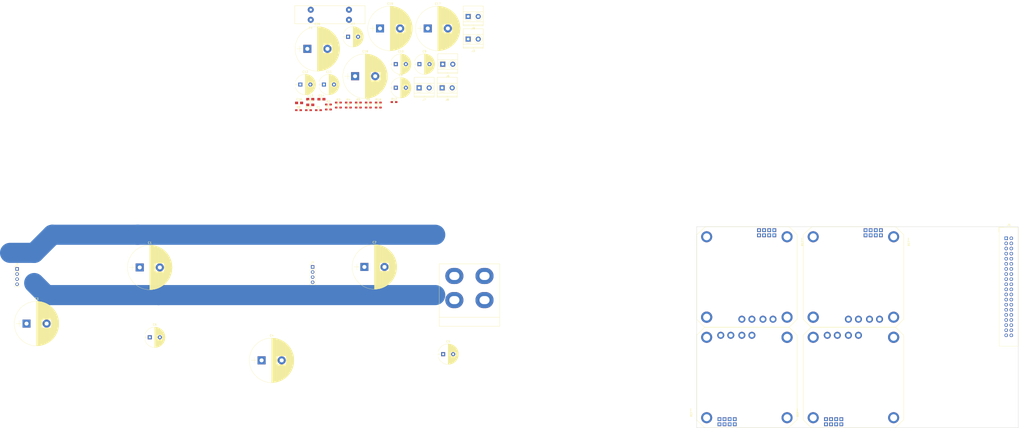
<source format=kicad_pcb>
(kicad_pcb (version 20171130) (host pcbnew 5.1.0)
  (layers (0 F.Cu signal) (31 B.Cu signal) (34 B.Paste user) (35 F.Paste user) (36 B.SilkS user) (37 F.SilkS user) (38 B.Mask user) (39 F.Mask user) (44 Edge.Cuts user))
  (net 0 "")
  (net 1 GND)
  (net 2 +5V)
  (net 3 /BAT_+)
  (net 4 /BAT_-)
  (net 5 /motor1+)
  (net 6 /motor1-)
  (net 7 /motor2-)
  (net 8 /motor2+)
  (net 9 /motor3+)
  (net 10 /motor3-)
  (net 11 /motor4-)
  (net 12 /motor4+)
  (net 13 /R_IS_1)
  (net 14 /L_IS_1)
  (net 15 /R_IS_2)
  (net 16 /L_IS_2)
  (net 17 /R_IS_3)
  (net 18 /L_IS_3)
  (net 19 /R_IS_4)
  (net 20 /L_IS_4)
  (net 21 "Net-(F1-Pad1)")
  (net 22 /B_MCU)
  (net 23 "Net-(R9-Pad1)")
  (net 24 "Net-(R10-Pad1)")
  (net 25 "Net-(R11-Pad1)")
  (net 26 "Net-(R12-Pad1)")
  (net 27 "Net-(R13-Pad1)")
  (net 28 "Net-(R14-Pad1)")
  (net 29 "Net-(R15-Pad1)")
  (net 30 "Net-(R16-Pad1)")
  (net 31 /RPWM_2)
  (net 32 /LPWM_2)
  (net 33 /R_EN_2)
  (net 34 /L_EN_2)
  (net 35 /L_EN_3)
  (net 36 /R_EN_3)
  (net 37 /LPWM_3)
  (net 38 /RPWM_3)
  (net 39 /RPWM_4)
  (net 40 /LPWM_4)
  (net 41 /R_EN_4)
  (net 42 /L_EN_4)
  (net 43 /L_EN_1)
  (net 44 /R_EN_1)
  (net 45 /LPWM_1)
  (net 46 /RPWM_1)
  (module styrenhet-footprints:IDC-Header_2x20_Pitch2.54mm_Straight (layer F.Cu) (at 204 55.76)
    (fp_text reference J5 (at 1.27 -6.604) (layer F.SilkS))
    (fp_text value "IDE PATA Connector")
    (pad 40 thru_hole oval (at 2.54 48.26) (size 1.7272 1.7272) (drill 1.016) (layers *.Cu *.Mask) (net 1 GND))
    (pad 39 thru_hole oval (at 0 48.26) (size 1.7272 1.7272) (drill 1.016) (layers *.Cu *.Mask) (net 1 GND))
    (pad 38 thru_hole oval (at 2.54 45.72) (size 1.7272 1.7272) (drill 1.016) (layers *.Cu *.Mask) (net 1 GND))
    (pad 37 thru_hole oval (at 0 45.72) (size 1.7272 1.7272) (drill 1.016) (layers *.Cu *.Mask) (net 1 GND))
    (pad 36 thru_hole oval (at 2.54 43.18) (size 1.7272 1.7272) (drill 1.016) (layers *.Cu *.Mask) (net 1 GND))
    (pad 35 thru_hole oval (at 0 43.18) (size 1.7272 1.7272) (drill 1.016) (layers *.Cu *.Mask) (net 1 GND))
    (pad 34 thru_hole oval (at 2.54 40.64) (size 1.7272 1.7272) (drill 1.016) (layers *.Cu *.Mask) (net 1 GND))
    (pad 33 thru_hole oval (at 0 40.64) (size 1.7272 1.7272) (drill 1.016) (layers *.Cu *.Mask) (net 1 GND))
    (pad 32 thru_hole oval (at 2.54 38.1) (size 1.7272 1.7272) (drill 1.016) (layers *.Cu *.Mask) (net 39 /RPWM_4))
    (pad 31 thru_hole oval (at 0 38.1) (size 1.7272 1.7272) (drill 1.016) (layers *.Cu *.Mask) (net 16 /L_IS_2))
    (pad 30 thru_hole oval (at 2.54 35.56) (size 1.7272 1.7272) (drill 1.016) (layers *.Cu *.Mask) (net 40 /LPWM_4))
    (pad 29 thru_hole oval (at 0 35.56) (size 1.7272 1.7272) (drill 1.016) (layers *.Cu *.Mask) (net 15 /R_IS_2))
    (pad 28 thru_hole oval (at 2.54 33.02) (size 1.7272 1.7272) (drill 1.016) (layers *.Cu *.Mask) (net 41 /R_EN_4))
    (pad 27 thru_hole oval (at 0 33.02) (size 1.7272 1.7272) (drill 1.016) (layers *.Cu *.Mask) (net 34 /L_EN_2))
    (pad 26 thru_hole oval (at 2.54 30.48) (size 1.7272 1.7272) (drill 1.016) (layers *.Cu *.Mask) (net 42 /L_EN_4))
    (pad 25 thru_hole oval (at 0 30.48) (size 1.7272 1.7272) (drill 1.016) (layers *.Cu *.Mask) (net 33 /R_EN_2))
    (pad 24 thru_hole oval (at 2.54 27.94) (size 1.7272 1.7272) (drill 1.016) (layers *.Cu *.Mask) (net 19 /R_IS_4))
    (pad 23 thru_hole oval (at 0 27.94) (size 1.7272 1.7272) (drill 1.016) (layers *.Cu *.Mask) (net 32 /LPWM_2))
    (pad 22 thru_hole oval (at 2.54 25.4) (size 1.7272 1.7272) (drill 1.016) (layers *.Cu *.Mask) (net 20 /L_IS_4))
    (pad 21 thru_hole oval (at 0 25.4) (size 1.7272 1.7272) (drill 1.016) (layers *.Cu *.Mask) (net 31 /RPWM_2))
    (pad 20 thru_hole oval (at 2.54 22.86) (size 1.7272 1.7272) (drill 1.016) (layers *.Cu *.Mask) (net 38 /RPWM_3))
    (pad 19 thru_hole oval (at 0 22.86) (size 1.7272 1.7272) (drill 1.016) (layers *.Cu *.Mask) (net 14 /L_IS_1))
    (pad 18 thru_hole oval (at 2.54 20.32) (size 1.7272 1.7272) (drill 1.016) (layers *.Cu *.Mask) (net 37 /LPWM_3))
    (pad 17 thru_hole oval (at 0 20.32) (size 1.7272 1.7272) (drill 1.016) (layers *.Cu *.Mask) (net 13 /R_IS_1))
    (pad 16 thru_hole oval (at 2.54 17.78) (size 1.7272 1.7272) (drill 1.016) (layers *.Cu *.Mask) (net 36 /R_EN_3))
    (pad 15 thru_hole oval (at 0 17.78) (size 1.7272 1.7272) (drill 1.016) (layers *.Cu *.Mask) (net 43 /L_EN_1))
    (pad 14 thru_hole oval (at 2.54 15.24) (size 1.7272 1.7272) (drill 1.016) (layers *.Cu *.Mask) (net 35 /L_EN_3))
    (pad 13 thru_hole oval (at 0 15.24) (size 1.7272 1.7272) (drill 1.016) (layers *.Cu *.Mask) (net 44 /R_EN_1))
    (pad 12 thru_hole oval (at 2.54 12.7) (size 1.7272 1.7272) (drill 1.016) (layers *.Cu *.Mask) (net 17 /R_IS_3))
    (pad 11 thru_hole oval (at 0 12.7) (size 1.7272 1.7272) (drill 1.016) (layers *.Cu *.Mask) (net 45 /LPWM_1))
    (pad 10 thru_hole oval (at 2.54 10.16) (size 1.7272 1.7272) (drill 1.016) (layers *.Cu *.Mask) (net 18 /L_IS_3))
    (pad 9 thru_hole oval (at 0 10.16) (size 1.7272 1.7272) (drill 1.016) (layers *.Cu *.Mask) (net 46 /RPWM_1))
    (pad 8 thru_hole oval (at 2.54 7.62) (size 1.7272 1.7272) (drill 1.016) (layers *.Cu *.Mask) (net 22 /B_MCU))
    (pad 7 thru_hole oval (at 0 7.62) (size 1.7272 1.7272) (drill 1.016) (layers *.Cu *.Mask) (net 22 /B_MCU))
    (pad 6 thru_hole oval (at 2.54 5.08) (size 1.7272 1.7272) (drill 1.016) (layers *.Cu *.Mask) (net 2 +5V))
    (pad 5 thru_hole oval (at 0 5.08) (size 1.7272 1.7272) (drill 1.016) (layers *.Cu *.Mask) (net 2 +5V))
    (pad 4 thru_hole oval (at 2.54 2.54) (size 1.7272 1.7272) (drill 1.016) (layers *.Cu *.Mask) (net 2 +5V))
    (pad 3 thru_hole oval (at 0 2.54) (size 1.7272 1.7272) (drill 1.016) (layers *.Cu *.Mask) (net 2 +5V))
    (pad 2 thru_hole oval (at 2.54 0) (size 1.7272 1.7272) (drill 1.016) (layers *.Cu *.Mask) (net 2 +5V))
    (pad 1 thru_hole rect (at 0 0) (size 1.7272 1.7272) (drill 1.016) (layers *.Cu *.Mask) (net 2 +5V))
  )
  (module styrenhet-footprints:motor-driver (layer F.Cu) (at 55 145 90)
    (fp_text reference U4 (at 0 0.5 90) (layer F.SilkS))
    (fp_text value motor_driver)
    (fp_text user REF** (at 2.54 -7.62 90) (layer F.SilkS))
    (pad 12 thru_hole circle (at 41 7 90) (size 3.5 3.5) (drill 2) (layers *.Cu *.Mask) (net 11 /motor4-))
    (pad 11 thru_hole circle (at 41 12 90) (size 3.5 3.5) (drill 2) (layers *.Cu *.Mask) (net 12 /motor4+))
    (pad 10 thru_hole circle (at 41 17.5 90) (size 3.5 3.5) (drill 2) (layers *.Cu *.Mask) (net 3 /BAT_+))
    (pad 9 thru_hole circle (at 41 22.5 90) (size 3.5 3.5) (drill 2) (layers *.Cu *.Mask) (net 1 GND))
    (pad "" thru_hole circle (at 0 0 90) (size 5.5 5.5) (drill 3.5) (layers *.Cu *.Mask))
    (pad "" thru_hole circle (at 40 0 90) (size 5.5 5.5) (drill 3.5) (layers *.Cu *.Mask))
    (pad "" thru_hole circle (at 40 40 90) (size 5.6 5.6) (drill 3.5) (layers *.Cu *.Mask))
    (pad "" thru_hole circle (at 0 40 90) (size 5.5 5.5) (drill 3.5) (layers *.Cu *.Mask))
    (pad 1 thru_hole rect (at -0.73 6.35 90) (size 1.85 1.85) (drill 1) (layers *.Cu *.Mask))
    (pad 2 thru_hole rect (at -3.27 6.35 90) (size 1.85 1.85) (drill 1) (layers *.Cu *.Mask))
    (pad 3 thru_hole rect (at -0.73 8.89 90) (size 1.85 1.85) (drill 1) (layers *.Cu *.Mask))
    (pad 4 thru_hole rect (at -3.27 8.89 90) (size 1.85 1.85) (drill 1) (layers *.Cu *.Mask))
    (pad 5 thru_hole rect (at -0.73 11.43 90) (size 1.85 1.85) (drill 1) (layers *.Cu *.Mask) (net 29 "Net-(R15-Pad1)"))
    (pad 6 thru_hole rect (at -3.27 11.43 90) (size 1.85 1.85) (drill 1) (layers *.Cu *.Mask) (net 30 "Net-(R16-Pad1)"))
    (pad 7 thru_hole rect (at -0.73 13.97 90) (size 1.85 1.85) (drill 1) (layers *.Cu *.Mask))
    (pad 8 thru_hole rect (at -3.27 13.97 90) (size 1.85 1.85) (drill 1) (layers *.Cu *.Mask) (net 1 GND))
  )
  (module styrenhet-footprints:motor-driver (layer F.Cu) (at 148 55 270)
    (fp_text reference U3 (at 0 0.5 270) (layer F.SilkS))
    (fp_text value motor_driver)
    (fp_text user REF** (at 2.54 -7.62 270) (layer F.SilkS))
    (pad 12 thru_hole circle (at 41 7 270) (size 3.5 3.5) (drill 2) (layers *.Cu *.Mask) (net 10 /motor3-))
    (pad 11 thru_hole circle (at 41 12 270) (size 3.5 3.5) (drill 2) (layers *.Cu *.Mask) (net 9 /motor3+))
    (pad 10 thru_hole circle (at 41 17.5 270) (size 3.5 3.5) (drill 2) (layers *.Cu *.Mask) (net 3 /BAT_+))
    (pad 9 thru_hole circle (at 41 22.5 270) (size 3.5 3.5) (drill 2) (layers *.Cu *.Mask) (net 1 GND))
    (pad "" thru_hole circle (at 0 0 270) (size 5.5 5.5) (drill 3.5) (layers *.Cu *.Mask))
    (pad "" thru_hole circle (at 40 0 270) (size 5.5 5.5) (drill 3.5) (layers *.Cu *.Mask))
    (pad "" thru_hole circle (at 40 40 270) (size 5.6 5.6) (drill 3.5) (layers *.Cu *.Mask))
    (pad "" thru_hole circle (at 0 40 270) (size 5.5 5.5) (drill 3.5) (layers *.Cu *.Mask))
    (pad 1 thru_hole rect (at -0.73 6.35 270) (size 1.85 1.85) (drill 1) (layers *.Cu *.Mask))
    (pad 2 thru_hole rect (at -3.27 6.35 270) (size 1.85 1.85) (drill 1) (layers *.Cu *.Mask))
    (pad 3 thru_hole rect (at -0.73 8.89 270) (size 1.85 1.85) (drill 1) (layers *.Cu *.Mask))
    (pad 4 thru_hole rect (at -3.27 8.89 270) (size 1.85 1.85) (drill 1) (layers *.Cu *.Mask))
    (pad 5 thru_hole rect (at -0.73 11.43 270) (size 1.85 1.85) (drill 1) (layers *.Cu *.Mask) (net 27 "Net-(R13-Pad1)"))
    (pad 6 thru_hole rect (at -3.27 11.43 270) (size 1.85 1.85) (drill 1) (layers *.Cu *.Mask) (net 28 "Net-(R14-Pad1)"))
    (pad 7 thru_hole rect (at -0.73 13.97 270) (size 1.85 1.85) (drill 1) (layers *.Cu *.Mask))
    (pad 8 thru_hole rect (at -3.27 13.97 270) (size 1.85 1.85) (drill 1) (layers *.Cu *.Mask) (net 1 GND))
  )
  (module styrenhet-footprints:motor-driver (layer F.Cu) (at 108 145 90)
    (fp_text reference U2 (at 0 0.5 90) (layer F.SilkS))
    (fp_text value motor_driver)
    (fp_text user REF** (at 2.54 -7.62 90) (layer F.SilkS))
    (pad 12 thru_hole circle (at 41 7 90) (size 3.5 3.5) (drill 2) (layers *.Cu *.Mask) (net 7 /motor2-))
    (pad 11 thru_hole circle (at 41 12 90) (size 3.5 3.5) (drill 2) (layers *.Cu *.Mask) (net 8 /motor2+))
    (pad 10 thru_hole circle (at 41 17.5 90) (size 3.5 3.5) (drill 2) (layers *.Cu *.Mask) (net 3 /BAT_+))
    (pad 9 thru_hole circle (at 41 22.5 90) (size 3.5 3.5) (drill 2) (layers *.Cu *.Mask) (net 1 GND))
    (pad "" thru_hole circle (at 0 0 90) (size 5.5 5.5) (drill 3.5) (layers *.Cu *.Mask))
    (pad "" thru_hole circle (at 40 0 90) (size 5.5 5.5) (drill 3.5) (layers *.Cu *.Mask))
    (pad "" thru_hole circle (at 40 40 90) (size 5.6 5.6) (drill 3.5) (layers *.Cu *.Mask))
    (pad "" thru_hole circle (at 0 40 90) (size 5.5 5.5) (drill 3.5) (layers *.Cu *.Mask))
    (pad 1 thru_hole rect (at -0.73 6.35 90) (size 1.85 1.85) (drill 1) (layers *.Cu *.Mask))
    (pad 2 thru_hole rect (at -3.27 6.35 90) (size 1.85 1.85) (drill 1) (layers *.Cu *.Mask))
    (pad 3 thru_hole rect (at -0.73 8.89 90) (size 1.85 1.85) (drill 1) (layers *.Cu *.Mask))
    (pad 4 thru_hole rect (at -3.27 8.89 90) (size 1.85 1.85) (drill 1) (layers *.Cu *.Mask))
    (pad 5 thru_hole rect (at -0.73 11.43 90) (size 1.85 1.85) (drill 1) (layers *.Cu *.Mask) (net 25 "Net-(R11-Pad1)"))
    (pad 6 thru_hole rect (at -3.27 11.43 90) (size 1.85 1.85) (drill 1) (layers *.Cu *.Mask) (net 26 "Net-(R12-Pad1)"))
    (pad 7 thru_hole rect (at -0.73 13.97 90) (size 1.85 1.85) (drill 1) (layers *.Cu *.Mask))
    (pad 8 thru_hole rect (at -3.27 13.97 90) (size 1.85 1.85) (drill 1) (layers *.Cu *.Mask) (net 1 GND))
  )
  (module Capacitors_THT:CP_Radial_D22.0mm_P10.00mm_SnapIn (layer F.Cu) (at -227 70.25)
    (fp_text reference C1 (at 5 -12.25) (layer F.SilkS))
    (fp_text value CP)
    (pad 1 thru_hole rect (at 0 0) (size 4 4) (drill 2) (layers *.Cu *.Mask) (net 5 /motor1+))
    (pad 2 thru_hole circle (at 10 0) (size 4 4) (drill 2) (layers *.Cu *.Mask) (net 6 /motor1-))
  )
  (module Capacitors_THT:CP_Radial_D22.0mm_P10.00mm_SnapIn (layer F.Cu) (at -115.25 70)
    (fp_text reference C2 (at 5 -12.25) (layer F.SilkS))
    (fp_text value CP)
    (pad 2 thru_hole circle (at 10 0) (size 4 4) (drill 2) (layers *.Cu *.Mask) (net 7 /motor2-))
    (pad 1 thru_hole rect (at 0 0) (size 4 4) (drill 2) (layers *.Cu *.Mask) (net 8 /motor2+))
  )
  (module Capacitors_THT:CP_Radial_D22.0mm_P10.00mm_SnapIn (layer F.Cu) (at -283.3025 98.19)
    (fp_text reference C3 (at 5 -12.31) (layer F.SilkS))
    (fp_text value CP)
    (pad 1 thru_hole rect (at 0 0) (size 4 4) (drill 2) (layers *.Cu *.Mask) (net 9 /motor3+))
    (pad 2 thru_hole circle (at 10 0) (size 4 4) (drill 2) (layers *.Cu *.Mask) (net 10 /motor3-))
  )
  (module Capacitors_THT:CP_Radial_D22.0mm_P10.00mm_SnapIn (layer F.Cu) (at -166.38 116.46)
    (fp_text reference C4 (at 5 -12.31) (layer F.SilkS))
    (fp_text value CP)
    (pad 2 thru_hole circle (at 10 0) (size 4 4) (drill 2) (layers *.Cu *.Mask) (net 11 /motor4-))
    (pad 1 thru_hole rect (at 0 0) (size 4 4) (drill 2) (layers *.Cu *.Mask) (net 12 /motor4+))
  )
  (module Capacitors_THT:CP_Radial_D10.0mm_P5.00mm (layer F.Cu) (at -76.084999 113.395001)
    (fp_text reference C5 (at 2.5 -6.31) (layer F.SilkS))
    (fp_text value 47uF)
    (pad 1 thru_hole rect (at 0 0) (size 2 2) (drill 1) (layers *.Cu *.Mask) (net 13 /R_IS_1))
    (pad 2 thru_hole circle (at 5 0) (size 2 2) (drill 1) (layers *.Cu *.Mask) (net 1 GND))
  )
  (module Capacitors_THT:CP_Radial_D10.0mm_P5.00mm (layer F.Cu) (at -222 105)
    (fp_text reference C6 (at 2.5 -6.31) (layer F.SilkS))
    (fp_text value 47uF)
    (pad 1 thru_hole rect (at 0 0) (size 2 2) (drill 1) (layers *.Cu *.Mask) (net 14 /L_IS_1))
    (pad 2 thru_hole circle (at 5 0) (size 2 2) (drill 1) (layers *.Cu *.Mask) (net 1 GND))
  )
  (module Pin_Headers:Pin_Header_Straight_1x04_Pitch2.54mm (layer F.Cu) (at -288 71)
    (fp_text reference J1 (at 0 -2.33) (layer F.SilkS))
    (fp_text value "12V Fan")
    (pad 1 thru_hole rect (at 0 0) (size 1.7 1.7) (drill 1) (layers *.Cu *.Mask) (net 1 GND))
    (pad 2 thru_hole oval (at 0 2.54) (size 1.7 1.7) (drill 1) (layers *.Cu *.Mask) (net 21 "Net-(F1-Pad1)"))
    (pad 3 thru_hole oval (at 0 5.08) (size 1.7 1.7) (drill 1) (layers *.Cu *.Mask))
    (pad 4 thru_hole oval (at 0 7.62) (size 1.7 1.7) (drill 1) (layers *.Cu *.Mask))
  )
  (module styrenhet-footprints:TerminalBlock-XXL (layer F.Cu) (at -62.5 83 90)
    (fp_text reference J2 (at -3.5 -7.5 90) (layer F.SilkS))
    (fp_text value Battery_In)
    (pad 1 thru_hole oval (at 8.5 -8 180) (size 9 8) (drill oval 5 4) (layers *.Cu *.Mask) (net 3 /BAT_+))
    (pad 1 thru_hole oval (at -3.5 -8 180) (size 9 8) (drill oval 5 4) (layers *.Cu *.Mask) (net 3 /BAT_+))
    (pad 2 thru_hole oval (at -3.5 7 180) (size 9 8) (drill oval 5 4) (layers *.Cu *.Mask) (net 1 GND))
    (pad 2 thru_hole oval (at 8.5 7 180) (size 9 8) (drill oval 5 4) (layers *.Cu *.Mask) (net 1 GND))
  )
  (module Pin_Headers:Pin_Header_Straight_1x04_Pitch2.54mm (layer F.Cu) (at -141 70)
    (fp_text reference J4 (at 0 -2.33) (layer F.SilkS))
    (fp_text value "12V Fan")
    (pad 4 thru_hole oval (at 0 7.62) (size 1.7 1.7) (drill 1) (layers *.Cu *.Mask))
    (pad 3 thru_hole oval (at 0 5.08) (size 1.7 1.7) (drill 1) (layers *.Cu *.Mask))
    (pad 2 thru_hole oval (at 0 2.54) (size 1.7 1.7) (drill 1) (layers *.Cu *.Mask) (net 21 "Net-(F1-Pad1)"))
    (pad 1 thru_hole rect (at 0 0) (size 1.7 1.7) (drill 1) (layers *.Cu *.Mask) (net 1 GND))
  )
  (module Capacitors_THT:CP_Radial_D10.0mm_P5.00mm (layer F.Cu) (at -123.374999 -44.474999)
    (fp_text reference C7 (at 2.5 -6.31) (layer F.SilkS))
    (fp_text value 47uF)
    (pad 2 thru_hole circle (at 5 0) (size 2 2) (drill 1) (layers *.Cu *.Mask) (net 1 GND))
    (pad 1 thru_hole rect (at 0 0) (size 2 2) (drill 1) (layers *.Cu *.Mask) (net 15 /R_IS_2))
  )
  (module Capacitors_THT:CP_Radial_D10.0mm_P5.00mm (layer F.Cu) (at -99.624999 -19.124999)
    (fp_text reference C8 (at 2.5 -6.31) (layer F.SilkS))
    (fp_text value 47uF)
    (pad 2 thru_hole circle (at 5 0) (size 2 2) (drill 1) (layers *.Cu *.Mask) (net 1 GND))
    (pad 1 thru_hole rect (at 0 0) (size 2 2) (drill 1) (layers *.Cu *.Mask) (net 16 /L_IS_2))
  )
  (module Capacitors_THT:CP_Radial_D10.0mm_P5.00mm (layer F.Cu) (at -87.874999 -30.874999)
    (fp_text reference C9 (at 2.5 -6.31) (layer F.SilkS))
    (fp_text value 47uF)
    (pad 1 thru_hole rect (at 0 0) (size 2 2) (drill 1) (layers *.Cu *.Mask) (net 17 /R_IS_3))
    (pad 2 thru_hole circle (at 5 0) (size 2 2) (drill 1) (layers *.Cu *.Mask) (net 1 GND))
  )
  (module Capacitors_THT:CP_Radial_D10.0mm_P5.00mm (layer F.Cu) (at -99.624999 -30.874999)
    (fp_text reference C10 (at 2.5 -6.31) (layer F.SilkS))
    (fp_text value 47uF)
    (pad 1 thru_hole rect (at 0 0) (size 2 2) (drill 1) (layers *.Cu *.Mask) (net 18 /L_IS_3))
    (pad 2 thru_hole circle (at 5 0) (size 2 2) (drill 1) (layers *.Cu *.Mask) (net 1 GND))
  )
  (module Capacitors_THT:CP_Radial_D10.0mm_P5.00mm (layer F.Cu) (at -135.374999 -20.724999)
    (fp_text reference C11 (at 2.5 -6.31) (layer F.SilkS))
    (fp_text value 47uF)
    (pad 2 thru_hole circle (at 5 0) (size 2 2) (drill 1) (layers *.Cu *.Mask) (net 1 GND))
    (pad 1 thru_hole rect (at 0 0) (size 2 2) (drill 1) (layers *.Cu *.Mask) (net 19 /R_IS_4))
  )
  (module Capacitors_THT:CP_Radial_D10.0mm_P5.00mm (layer F.Cu) (at -147.124999 -20.724999)
    (fp_text reference C12 (at 2.5 -6.31) (layer F.SilkS))
    (fp_text value 47uF)
    (pad 1 thru_hole rect (at 0 0) (size 2 2) (drill 1) (layers *.Cu *.Mask) (net 20 /L_IS_4))
    (pad 2 thru_hole circle (at 5 0) (size 2 2) (drill 1) (layers *.Cu *.Mask) (net 1 GND))
  )
  (module Capacitors_SMD:C_0805_HandSoldering (layer F.Cu) (at -142.174999 -13.439999)
    (fp_text reference C13 (at 0 -1.75) (layer F.SilkS))
    (fp_text value 0.1uF)
    (pad 1 smd rect (at -1.25 0) (size 1.5 1.25) (layers F.Cu F.Paste F.Mask) (net 2 +5V))
    (pad 2 smd rect (at 1.25 0) (size 1.5 1.25) (layers F.Cu F.Paste F.Mask) (net 1 GND))
  )
  (module Capacitors_SMD:C_0805_HandSoldering (layer F.Cu) (at -136.624999 -13.439999)
    (fp_text reference C14 (at 0 -1.75) (layer F.SilkS))
    (fp_text value 0.1uF)
    (pad 2 smd rect (at 1.25 0) (size 1.5 1.25) (layers F.Cu F.Paste F.Mask) (net 1 GND))
    (pad 1 smd rect (at -1.25 0) (size 1.5 1.25) (layers F.Cu F.Paste F.Mask) (net 2 +5V))
  )
  (module Capacitors_SMD:C_0805_HandSoldering (layer F.Cu) (at -142.174999 -10.619999)
    (fp_text reference C15 (at 0 -1.75) (layer F.SilkS))
    (fp_text value 0.1uF)
    (pad 2 smd rect (at 1.25 0) (size 1.5 1.25) (layers F.Cu F.Paste F.Mask) (net 1 GND))
    (pad 1 smd rect (at -1.25 0) (size 1.5 1.25) (layers F.Cu F.Paste F.Mask) (net 2 +5V))
  )
  (module Capacitors_SMD:C_0805_HandSoldering (layer F.Cu) (at -147.724999 -11.589999)
    (fp_text reference C16 (at 0 -1.75) (layer F.SilkS))
    (fp_text value 0.1uF)
    (pad 1 smd rect (at -1.25 0) (size 1.5 1.25) (layers F.Cu F.Paste F.Mask) (net 2 +5V))
    (pad 2 smd rect (at 1.25 0) (size 1.5 1.25) (layers F.Cu F.Paste F.Mask) (net 1 GND))
  )
  (module Capacitors_THT:CP_Radial_D22.0mm_P10.00mm_SnapIn (layer F.Cu) (at -83.724999 -48.624999)
    (fp_text reference C17 (at 5 -12.31) (layer F.SilkS))
    (fp_text value CP)
    (pad 2 thru_hole circle (at 10 0) (size 4 4) (drill 2) (layers *.Cu *.Mask) (net 1 GND))
    (pad 1 thru_hole rect (at 0 0) (size 4 4) (drill 2) (layers *.Cu *.Mask) (net 3 /BAT_+))
  )
  (module Capacitors_THT:CP_Radial_D22.0mm_P10.00mm_SnapIn (layer F.Cu) (at -119.874999 -24.874999)
    (fp_text reference C18 (at 5 -12.31) (layer F.SilkS))
    (fp_text value CP)
    (pad 1 thru_hole rect (at 0 0) (size 4 4) (drill 2) (layers *.Cu *.Mask) (net 3 /BAT_+))
    (pad 2 thru_hole circle (at 10 0) (size 4 4) (drill 2) (layers *.Cu *.Mask) (net 1 GND))
  )
  (module Capacitors_THT:CP_Radial_D22.0mm_P10.00mm_SnapIn (layer F.Cu) (at -107.474999 -48.624999)
    (fp_text reference C19 (at 5 -12.31) (layer F.SilkS))
    (fp_text value CP)
    (pad 2 thru_hole circle (at 10 0) (size 4 4) (drill 2) (layers *.Cu *.Mask) (net 1 GND))
    (pad 1 thru_hole rect (at 0 0) (size 4 4) (drill 2) (layers *.Cu *.Mask) (net 3 /BAT_+))
  )
  (module Capacitors_THT:CP_Radial_D22.0mm_P10.00mm_SnapIn (layer F.Cu) (at -143.624999 -38.474999)
    (fp_text reference C20 (at 5 -12.31) (layer F.SilkS))
    (fp_text value CP)
    (pad 1 thru_hole rect (at 0 0) (size 4 4) (drill 2) (layers *.Cu *.Mask) (net 3 /BAT_+))
    (pad 2 thru_hole circle (at 10 0) (size 4 4) (drill 2) (layers *.Cu *.Mask) (net 1 GND))
  )
  (module styrenhet-footprints:ETA_thl_fuseholder (layer F.Cu) (at -141.924999 -52.924999)
    (fp_text reference F1 (at 0 4) (layer F.SilkS))
    (fp_text value Fuse)
    (pad 1 thru_hole circle (at 0 -5) (size 3 3) (drill 1.2) (layers *.Cu *.Mask) (net 21 "Net-(F1-Pad1)"))
    (pad 1 thru_hole circle (at 0 0) (size 3 3) (drill 1.2) (layers *.Cu *.Mask) (net 21 "Net-(F1-Pad1)"))
    (pad 2 thru_hole circle (at 19 -5) (size 3 3) (drill 1.2) (layers *.Cu *.Mask) (net 3 /BAT_+))
    (pad 2 thru_hole circle (at 19 0) (size 3 3) (drill 1.2) (layers *.Cu *.Mask) (net 3 /BAT_+))
  )
  (module TerminalBlocks_Phoenix:TerminalBlock_Phoenix_MKDS1.5-2pol (layer F.Cu) (at -63.624999 -43.324999)
    (fp_text reference J3 (at 2.5 5.9) (layer F.SilkS))
    (fp_text value "Battery to MCU")
    (pad 1 thru_hole rect (at 0 0) (size 2.5 2.5) (drill 1.3) (layers *.Cu *.Mask) (net 22 /B_MCU))
    (pad 2 thru_hole circle (at 5 0) (size 2.5 2.5) (drill 1.3) (layers *.Cu *.Mask) (net 22 /B_MCU))
  )
  (module TerminalBlocks_Phoenix:TerminalBlock_Phoenix_MKDS1.5-2pol (layer F.Cu) (at -76.274999 -30.824999)
    (fp_text reference J6 (at 2.5 5.9) (layer F.SilkS))
    (fp_text value Motor1_In)
    (pad 2 thru_hole circle (at 5 0) (size 2.5 2.5) (drill 1.3) (layers *.Cu *.Mask) (net 6 /motor1-))
    (pad 1 thru_hole rect (at 0 0) (size 2.5 2.5) (drill 1.3) (layers *.Cu *.Mask) (net 5 /motor1+))
  )
  (module TerminalBlocks_Phoenix:TerminalBlock_Phoenix_MKDS1.5-2pol (layer F.Cu) (at -88.024999 -19.074999)
    (fp_text reference J7 (at 2.5 5.9) (layer F.SilkS))
    (fp_text value Motor2_In)
    (pad 2 thru_hole circle (at 5 0) (size 2.5 2.5) (drill 1.3) (layers *.Cu *.Mask) (net 7 /motor2-))
    (pad 1 thru_hole rect (at 0 0) (size 2.5 2.5) (drill 1.3) (layers *.Cu *.Mask) (net 8 /motor2+))
  )
  (module TerminalBlocks_Phoenix:TerminalBlock_Phoenix_MKDS1.5-2pol (layer F.Cu) (at -76.574999 -19.074999)
    (fp_text reference J8 (at 2.5 5.9) (layer F.SilkS))
    (fp_text value Motor3_In)
    (pad 1 thru_hole rect (at 0 0) (size 2.5 2.5) (drill 1.3) (layers *.Cu *.Mask) (net 9 /motor3+))
    (pad 2 thru_hole circle (at 5 0) (size 2.5 2.5) (drill 1.3) (layers *.Cu *.Mask) (net 10 /motor3-))
  )
  (module TerminalBlocks_Phoenix:TerminalBlock_Phoenix_MKDS1.5-2pol (layer F.Cu) (at -63.624999 -54.574999)
    (fp_text reference J9 (at 2.5 5.9) (layer F.SilkS))
    (fp_text value Motor4_In)
    (pad 2 thru_hole circle (at 5 0) (size 2.5 2.5) (drill 1.3) (layers *.Cu *.Mask) (net 11 /motor4-))
    (pad 1 thru_hole rect (at 0 0) (size 2.5 2.5) (drill 1.3) (layers *.Cu *.Mask) (net 12 /motor4+))
  )
  (module Resistors_SMD:R_0603_HandSoldering (layer F.Cu) (at -138.094999 -7.969999)
    (fp_text reference R1 (at 0 -1.45) (layer F.SilkS))
    (fp_text value 440R)
    (pad 1 smd rect (at -1.1 0) (size 1.2 0.9) (layers F.Cu F.Paste F.Mask) (net 1 GND))
    (pad 2 smd rect (at 1.1 0) (size 1.2 0.9) (layers F.Cu F.Paste F.Mask) (net 13 /R_IS_1))
  )
  (module Resistors_SMD:R_0603_HandSoldering (layer F.Cu) (at -133.134999 -10.789999)
    (fp_text reference R2 (at 0 -1.45) (layer F.SilkS))
    (fp_text value 440R)
    (pad 1 smd rect (at -1.1 0) (size 1.2 0.9) (layers F.Cu F.Paste F.Mask) (net 1 GND))
    (pad 2 smd rect (at 1.1 0) (size 1.2 0.9) (layers F.Cu F.Paste F.Mask) (net 14 /L_IS_1))
  )
  (module Resistors_SMD:R_0603_HandSoldering (layer F.Cu) (at -128.174999 -11.759999)
    (fp_text reference R3 (at 0 -1.45) (layer F.SilkS))
    (fp_text value 440R)
    (pad 1 smd rect (at -1.1 0) (size 1.2 0.9) (layers F.Cu F.Paste F.Mask) (net 1 GND))
    (pad 2 smd rect (at 1.1 0) (size 1.2 0.9) (layers F.Cu F.Paste F.Mask) (net 15 /R_IS_2))
  )
  (module Resistors_SMD:R_0603_HandSoldering (layer F.Cu) (at -123.214999 -11.759999)
    (fp_text reference R4 (at 0 -1.45) (layer F.SilkS))
    (fp_text value 440R)
    (pad 1 smd rect (at -1.1 0) (size 1.2 0.9) (layers F.Cu F.Paste F.Mask) (net 1 GND))
    (pad 2 smd rect (at 1.1 0) (size 1.2 0.9) (layers F.Cu F.Paste F.Mask) (net 16 /L_IS_2))
  )
  (module Resistors_SMD:R_0603_HandSoldering (layer F.Cu) (at -118.254999 -11.759999)
    (fp_text reference R5 (at 0 -1.45) (layer F.SilkS))
    (fp_text value 440R)
    (pad 2 smd rect (at 1.1 0) (size 1.2 0.9) (layers F.Cu F.Paste F.Mask) (net 17 /R_IS_3))
    (pad 1 smd rect (at -1.1 0) (size 1.2 0.9) (layers F.Cu F.Paste F.Mask) (net 1 GND))
  )
  (module Resistors_SMD:R_0603_HandSoldering (layer F.Cu) (at -113.294999 -11.759999)
    (fp_text reference R6 (at 0 -1.45) (layer F.SilkS))
    (fp_text value 440R)
    (pad 2 smd rect (at 1.1 0) (size 1.2 0.9) (layers F.Cu F.Paste F.Mask) (net 18 /L_IS_3))
    (pad 1 smd rect (at -1.1 0) (size 1.2 0.9) (layers F.Cu F.Paste F.Mask) (net 1 GND))
  )
  (module Resistors_SMD:R_0603_HandSoldering (layer F.Cu) (at -128.174999 -9.279999)
    (fp_text reference R7 (at 0 -1.45) (layer F.SilkS))
    (fp_text value 440R)
    (pad 2 smd rect (at 1.1 0) (size 1.2 0.9) (layers F.Cu F.Paste F.Mask) (net 19 /R_IS_4))
    (pad 1 smd rect (at -1.1 0) (size 1.2 0.9) (layers F.Cu F.Paste F.Mask) (net 1 GND))
  )
  (module Resistors_SMD:R_0603_HandSoldering (layer F.Cu) (at -148.014999 -7.969999)
    (fp_text reference R8 (at 0 -1.45) (layer F.SilkS))
    (fp_text value 440R)
    (pad 2 smd rect (at 1.1 0) (size 1.2 0.9) (layers F.Cu F.Paste F.Mask) (net 20 /L_IS_4))
    (pad 1 smd rect (at -1.1 0) (size 1.2 0.9) (layers F.Cu F.Paste F.Mask) (net 1 GND))
  )
  (module Resistors_SMD:R_0603_HandSoldering (layer F.Cu) (at -123.214999 -9.279999)
    (fp_text reference R9 (at 0 -1.45) (layer F.SilkS))
    (fp_text value 660R)
    (pad 2 smd rect (at 1.1 0) (size 1.2 0.9) (layers F.Cu F.Paste F.Mask) (net 13 /R_IS_1))
    (pad 1 smd rect (at -1.1 0) (size 1.2 0.9) (layers F.Cu F.Paste F.Mask) (net 23 "Net-(R9-Pad1)"))
  )
  (module Resistors_SMD:R_0603_HandSoldering (layer F.Cu) (at -118.254999 -9.279999)
    (fp_text reference R10 (at 0 -1.45) (layer F.SilkS))
    (fp_text value 660R)
    (pad 2 smd rect (at 1.1 0) (size 1.2 0.9) (layers F.Cu F.Paste F.Mask) (net 14 /L_IS_1))
    (pad 1 smd rect (at -1.1 0) (size 1.2 0.9) (layers F.Cu F.Paste F.Mask) (net 24 "Net-(R10-Pad1)"))
  )
  (module Resistors_SMD:R_0603_HandSoldering (layer F.Cu) (at -133.134999 -8.309999)
    (fp_text reference R11 (at 0 -1.45) (layer F.SilkS))
    (fp_text value 660R)
    (pad 2 smd rect (at 1.1 0) (size 1.2 0.9) (layers F.Cu F.Paste F.Mask) (net 15 /R_IS_2))
    (pad 1 smd rect (at -1.1 0) (size 1.2 0.9) (layers F.Cu F.Paste F.Mask) (net 25 "Net-(R11-Pad1)"))
  )
  (module Resistors_SMD:R_0603_HandSoldering (layer F.Cu) (at -100.514999 -12.009999)
    (fp_text reference R12 (at 0 -1.45) (layer F.SilkS))
    (fp_text value 660R)
    (pad 1 smd rect (at -1.1 0) (size 1.2 0.9) (layers F.Cu F.Paste F.Mask) (net 26 "Net-(R12-Pad1)"))
    (pad 2 smd rect (at 1.1 0) (size 1.2 0.9) (layers F.Cu F.Paste F.Mask) (net 16 /L_IS_2))
  )
  (module Resistors_SMD:R_0603_HandSoldering (layer F.Cu) (at -113.294999 -9.279999)
    (fp_text reference R13 (at 0 -1.45) (layer F.SilkS))
    (fp_text value 660R)
    (pad 1 smd rect (at -1.1 0) (size 1.2 0.9) (layers F.Cu F.Paste F.Mask) (net 27 "Net-(R13-Pad1)"))
    (pad 2 smd rect (at 1.1 0) (size 1.2 0.9) (layers F.Cu F.Paste F.Mask) (net 17 /R_IS_3))
  )
  (module Resistors_SMD:R_0603_HandSoldering (layer F.Cu) (at -143.054999 -7.969999)
    (fp_text reference R14 (at 0 -1.45) (layer F.SilkS))
    (fp_text value 660R)
    (pad 2 smd rect (at 1.1 0) (size 1.2 0.9) (layers F.Cu F.Paste F.Mask) (net 18 /L_IS_3))
    (pad 1 smd rect (at -1.1 0) (size 1.2 0.9) (layers F.Cu F.Paste F.Mask) (net 28 "Net-(R14-Pad1)"))
  )
  (module Resistors_SMD:R_0603_HandSoldering (layer F.Cu) (at -108.334999 -9.279999)
    (fp_text reference R15 (at 0 -1.45) (layer F.SilkS))
    (fp_text value 660R)
    (pad 1 smd rect (at -1.1 0) (size 1.2 0.9) (layers F.Cu F.Paste F.Mask) (net 29 "Net-(R15-Pad1)"))
    (pad 2 smd rect (at 1.1 0) (size 1.2 0.9) (layers F.Cu F.Paste F.Mask) (net 19 /R_IS_4))
  )
  (module Resistors_SMD:R_0603_HandSoldering (layer F.Cu) (at -108.334999 -11.759999)
    (fp_text reference R16 (at 0 -1.45) (layer F.SilkS))
    (fp_text value 660R)
    (pad 1 smd rect (at -1.1 0) (size 1.2 0.9) (layers F.Cu F.Paste F.Mask) (net 30 "Net-(R16-Pad1)"))
    (pad 2 smd rect (at 1.1 0) (size 1.2 0.9) (layers F.Cu F.Paste F.Mask) (net 20 /L_IS_4))
  )
  (module styrenhet-footprints:motor-driver (layer F.Cu) (at 95 55 270)
    (fp_text reference U1 (at 0 0.5 270) (layer F.SilkS))
    (fp_text value motor_driver)
    (fp_text user REF** (at 2.54 -7.62 270) (layer F.SilkS))
    (pad 8 thru_hole rect (at -3.27 13.97 270) (size 1.85 1.85) (drill 1) (layers *.Cu *.Mask) (net 1 GND))
    (pad 7 thru_hole rect (at -0.73 13.97 270) (size 1.85 1.85) (drill 1) (layers *.Cu *.Mask))
    (pad 6 thru_hole rect (at -3.27 11.43 270) (size 1.85 1.85) (drill 1) (layers *.Cu *.Mask) (net 24 "Net-(R10-Pad1)"))
    (pad 5 thru_hole rect (at -0.73 11.43 270) (size 1.85 1.85) (drill 1) (layers *.Cu *.Mask) (net 23 "Net-(R9-Pad1)"))
    (pad 4 thru_hole rect (at -3.27 8.89 270) (size 1.85 1.85) (drill 1) (layers *.Cu *.Mask))
    (pad 3 thru_hole rect (at -0.73 8.89 270) (size 1.85 1.85) (drill 1) (layers *.Cu *.Mask))
    (pad 2 thru_hole rect (at -3.27 6.35 270) (size 1.85 1.85) (drill 1) (layers *.Cu *.Mask))
    (pad 1 thru_hole rect (at -0.73 6.35 270) (size 1.85 1.85) (drill 1) (layers *.Cu *.Mask))
    (pad "" thru_hole circle (at 0 40 270) (size 5.5 5.5) (drill 3.5) (layers *.Cu *.Mask))
    (pad "" thru_hole circle (at 40 40 270) (size 5.6 5.6) (drill 3.5) (layers *.Cu *.Mask))
    (pad "" thru_hole circle (at 40 0 270) (size 5.5 5.5) (drill 3.5) (layers *.Cu *.Mask))
    (pad "" thru_hole circle (at 0 0 270) (size 5.5 5.5) (drill 3.5) (layers *.Cu *.Mask))
    (pad 9 thru_hole circle (at 41 22.5 270) (size 3.5 3.5) (drill 2) (layers *.Cu *.Mask) (net 1 GND))
    (pad 10 thru_hole circle (at 41 17.5 270) (size 3.5 3.5) (drill 2) (layers *.Cu *.Mask) (net 3 /BAT_+))
    (pad 11 thru_hole circle (at 41 12 270) (size 3.5 3.5) (drill 2) (layers *.Cu *.Mask) (net 5 /motor1+))
    (pad 12 thru_hole circle (at 41 7 270) (size 3.5 3.5) (drill 2) (layers *.Cu *.Mask) (net 6 /motor1-))
  )
  (gr_line (start 50 150) (end 210 150) (layer Edge.Cuts) (width 0.15))
  (gr_line (start 210 50) (end 50 50) (layer Edge.Cuts) (width 0.15))
  (gr_line (start 50 50) (end 50 150) (layer Edge.Cuts) (width 0.15))
  (gr_line (start 210 150) (end 210 50) (layer Edge.Cuts) (width 0.15))
  (segment (start -291.5 63) (end -279.5 63) (width 10) (layer B.Cu) (net 3))
  (segment (start -279.5 63) (end -270.5 54) (width 10) (layer B.Cu) (net 3))
  (segment (start -270.5 54) (end -228 54) (width 10) (layer B.Cu) (net 3))
  (segment (start -228 54) (end -80 54) (width 10) (layer B.Cu) (net 3))
  (segment (start -227 55) (end -228 54) (width 5) (layer B.Cu) (net 3))
  (segment (start -279.5 78) (end -273.5 84) (width 10) (layer B.Cu) (net 4))
  (segment (start -217 83.368) (end -217.632 84) (width 5) (layer B.Cu) (net 4))
  (segment (start -273.5 84) (end -217.632 84) (width 10) (layer B.Cu) (net 4))
  (segment (start -217.632 84) (end -80 84) (width 10) (layer B.Cu) (net 4))
)
</source>
